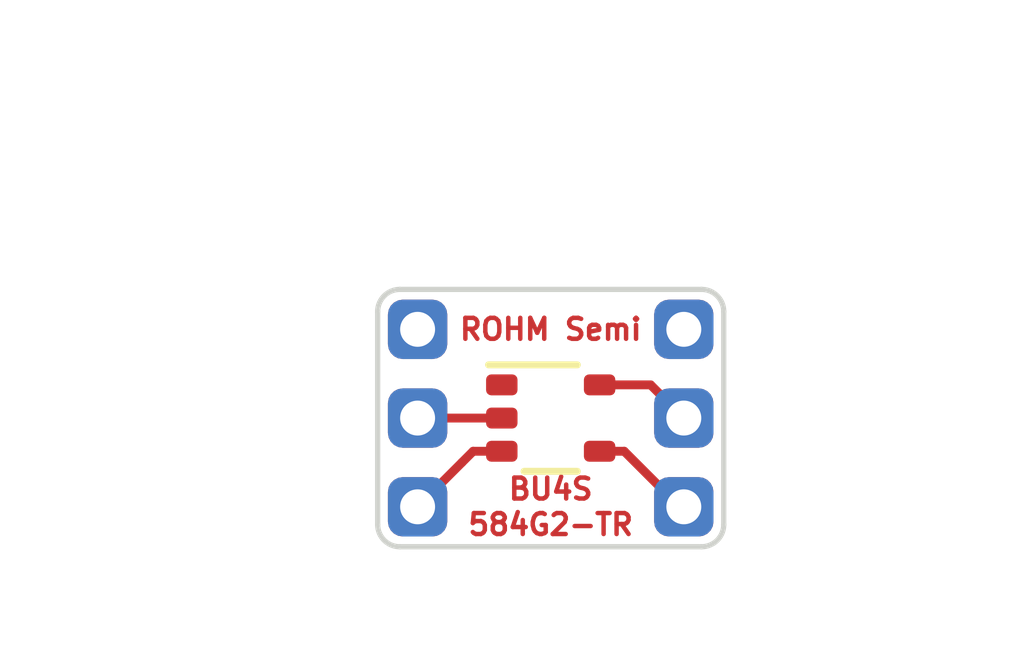
<source format=kicad_pcb>
(kicad_pcb (version 20171130) (host pcbnew "(5.0.2)-1")

  (general
    (thickness 1.6)
    (drawings 18)
    (tracks 9)
    (zones 0)
    (modules 3)
    (nets 7)
  )

  (page A4)
  (layers
    (0 F.Cu signal)
    (31 B.Cu signal)
    (32 B.Adhes user)
    (33 F.Adhes user)
    (34 B.Paste user)
    (35 F.Paste user)
    (36 B.SilkS user)
    (37 F.SilkS user)
    (38 B.Mask user)
    (39 F.Mask user)
    (40 Dwgs.User user)
    (41 Cmts.User user)
    (42 Eco1.User user)
    (43 Eco2.User user)
    (44 Edge.Cuts user)
    (45 Margin user)
    (46 B.CrtYd user)
    (47 F.CrtYd user)
    (48 B.Fab user)
    (49 F.Fab user)
  )

  (setup
    (last_trace_width 0.254)
    (user_trace_width 0.508)
    (user_trace_width 0.762)
    (user_trace_width 1.016)
    (user_trace_width 1.27)
    (user_trace_width 1.524)
    (trace_clearance 0.1524)
    (zone_clearance 0.1524)
    (zone_45_only no)
    (trace_min 0.1524)
    (segment_width 0.2)
    (edge_width 0.15)
    (via_size 0.8)
    (via_drill 0.4)
    (via_min_size 0.4)
    (via_min_drill 0.3)
    (uvia_size 0.3)
    (uvia_drill 0.1)
    (uvias_allowed no)
    (uvia_min_size 0.2)
    (uvia_min_drill 0.1)
    (pcb_text_width 0.3)
    (pcb_text_size 1.5 1.5)
    (mod_edge_width 0.15)
    (mod_text_size 1 1)
    (mod_text_width 0.15)
    (pad_size 1.7 1.7)
    (pad_drill 1)
    (pad_to_mask_clearance 0.0508)
    (aux_axis_origin 0 0)
    (visible_elements 7FFFFFFF)
    (pcbplotparams
      (layerselection 0x010fc_ffffffff)
      (usegerberextensions false)
      (usegerberattributes false)
      (usegerberadvancedattributes false)
      (creategerberjobfile false)
      (excludeedgelayer true)
      (linewidth 0.050000)
      (plotframeref false)
      (viasonmask false)
      (mode 1)
      (useauxorigin false)
      (hpglpennumber 1)
      (hpglpenspeed 20)
      (hpglpendiameter 15.000000)
      (psnegative false)
      (psa4output false)
      (plotreference true)
      (plotvalue true)
      (plotinvisibletext false)
      (padsonsilk false)
      (subtractmaskfromsilk false)
      (outputformat 1)
      (mirror false)
      (drillshape 1)
      (scaleselection 1)
      (outputdirectory ""))
  )

  (net 0 "")
  (net 1 /1)
  (net 2 /2)
  (net 3 /3)
  (net 4 /4)
  (net 5 /5)
  (net 6 /6)

  (net_class Default "This is the default net class."
    (clearance 0.1524)
    (trace_width 0.254)
    (via_dia 0.8)
    (via_drill 0.4)
    (uvia_dia 0.3)
    (uvia_drill 0.1)
    (add_net /1)
    (add_net /2)
    (add_net /3)
    (add_net /4)
    (add_net /5)
    (add_net /6)
  )

  (module SA_CMOS_Logic_SMD:ROHM_Semi_BU4S584G2-TR_SSOP-5 (layer F.Cu) (tedit 5C5A0124) (tstamp 5C5BEFAC)
    (at 128.27 93.98)
    (descr SSOP5)
    (tags "Integrated Circuit")
    (path /5C59FF24)
    (attr smd)
    (fp_text reference U1 (at 0 -2.54) (layer F.SilkS) hide
      (effects (font (size 0.5 0.5) (thickness 0.05)))
    )
    (fp_text value ROHM_Semi_BU4S584G2-TR (at 0 2.54) (layer F.Fab) hide
      (effects (font (size 0.5 0.5) (thickness 0.05)))
    )
    (fp_line (start -1.778 -1.524) (end 0.762 -1.524) (layer F.SilkS) (width 0.2))
    (fp_line (start -0.825 -0.5) (end 0.125 -1.45) (layer Dwgs.User) (width 0.1))
    (fp_line (start -0.825 1.45) (end -0.825 -1.45) (layer Dwgs.User) (width 0.1))
    (fp_line (start 0.825 1.45) (end -0.825 1.45) (layer Dwgs.User) (width 0.1))
    (fp_line (start 0.825 -1.45) (end 0.825 1.45) (layer Dwgs.User) (width 0.1))
    (fp_line (start -0.825 -1.45) (end 0.825 -1.45) (layer Dwgs.User) (width 0.1))
    (fp_line (start -2.1 1.8) (end -2.1 -1.8) (layer Dwgs.User) (width 0.05))
    (fp_line (start 2.1 1.8) (end -2.1 1.8) (layer Dwgs.User) (width 0.05))
    (fp_line (start 2.1 -1.8) (end 2.1 1.8) (layer Dwgs.User) (width 0.05))
    (fp_line (start -2.1 -1.8) (end 2.1 -1.8) (layer Dwgs.User) (width 0.05))
    (fp_line (start -0.762 1.524) (end 0.762 1.524) (layer F.SilkS) (width 0.2))
    (pad 5 smd roundrect (at 1.4 -0.95 90) (size 0.6 0.9) (layers F.Cu F.Paste F.Mask) (roundrect_rratio 0.25)
      (net 5 /5))
    (pad 4 smd roundrect (at 1.4 0.95 90) (size 0.6 0.9) (layers F.Cu F.Paste F.Mask) (roundrect_rratio 0.25)
      (net 4 /4))
    (pad 3 smd roundrect (at -1.4 0.95 90) (size 0.6 0.9) (layers F.Cu F.Paste F.Mask) (roundrect_rratio 0.25)
      (net 3 /3))
    (pad 2 smd roundrect (at -1.4 0 90) (size 0.6 0.9) (layers F.Cu F.Paste F.Mask) (roundrect_rratio 0.25)
      (net 2 /2))
    (pad 1 smd roundrect (at -1.4 -0.95 90) (size 0.6 0.9) (layers F.Cu F.Paste F.Mask) (roundrect_rratio 0.25))
    (model ${SA_LIB_3DSHAPES}/ROHM_Semi_BU4S584G2-TR_SSOP-5/ROHM_Semi_BU4S584G2-TR_SSOP-5.stp
      (at (xyz 0 0 0))
      (scale (xyz 1 1 1))
      (rotate (xyz 0 0 0))
    )
  )

  (module SA_Connectors_Pin_Headers_THT:PinHeader_1x03_P2.54mm_Vertical_Bottom (layer F.Cu) (tedit 5C2CBE61) (tstamp 5C3611D2)
    (at 132.08 91.44)
    (descr "Through hole straight pin header, 1x03, 2.54mm pitch, single row")
    (tags "Through hole pin header THT 1x03 2.54mm single row")
    (path /5C2F689A)
    (fp_text reference J2 (at 0 -2.2) (layer F.SilkS) hide
      (effects (font (size 0.6 0.6) (thickness 0.127)))
    )
    (fp_text value PinHeader_1x03_P2.54mm_Vertical_Bottom (at 0 7.09) (layer F.Fab) hide
      (effects (font (size 0.3 0.3) (thickness 0.03)))
    )
    (fp_text user %R (at 0 2.54 90) (layer F.Fab)
      (effects (font (size 0.4 0.4) (thickness 0.05)))
    )
    (fp_line (start 1.8 -1.8) (end -1.8 -1.8) (layer F.CrtYd) (width 0.05))
    (fp_line (start 1.8 6.85) (end 1.8 -1.8) (layer F.CrtYd) (width 0.05))
    (fp_line (start -1.8 6.85) (end 1.8 6.85) (layer F.CrtYd) (width 0.05))
    (fp_line (start -1.8 -1.8) (end -1.8 6.85) (layer F.CrtYd) (width 0.05))
    (fp_line (start -1.27 -0.635) (end -0.635 -1.27) (layer B.Fab) (width 0.1))
    (fp_line (start -1.27 6.35) (end -1.27 -0.635) (layer B.Fab) (width 0.1))
    (fp_line (start 1.27 6.35) (end -1.27 6.35) (layer B.Fab) (width 0.1))
    (fp_line (start 1.27 -1.27) (end 1.27 6.35) (layer B.Fab) (width 0.1))
    (fp_line (start -0.635 -1.27) (end 1.27 -1.27) (layer B.Fab) (width 0.1))
    (pad 3 thru_hole roundrect (at 0 5.08) (size 1.7 1.7) (drill 1) (layers *.Cu *.Mask) (roundrect_rratio 0.25)
      (net 4 /4))
    (pad 2 thru_hole roundrect (at 0 2.54) (size 1.7 1.7) (drill 1) (layers *.Cu *.Mask) (roundrect_rratio 0.25)
      (net 5 /5) (zone_connect 2))
    (pad 1 thru_hole roundrect (at 0 0) (size 1.7 1.7) (drill 1) (layers *.Cu *.Mask) (roundrect_rratio 0.25)
      (net 6 /6) (zone_connect 2))
    (model ${SA_LIB_3DSHAPES}/Packages/PinHeader_1x03_P254mm_Vertical_Bottom.step
      (at (xyz 0 0 0))
      (scale (xyz 1 1 1))
      (rotate (xyz 0 0 0))
    )
  )

  (module SA_Connectors_Pin_Headers_THT:PinHeader_1x03_P2.54mm_Vertical_Bottom (layer F.Cu) (tedit 5C2CBE65) (tstamp 5C3611C1)
    (at 124.46 91.44)
    (descr "Through hole straight pin header, 1x03, 2.54mm pitch, single row")
    (tags "Through hole pin header THT 1x03 2.54mm single row")
    (path /5C2F686B)
    (fp_text reference J1 (at 0 -2.2) (layer F.SilkS) hide
      (effects (font (size 0.6 0.6) (thickness 0.127)))
    )
    (fp_text value PinHeader_1x03_P2.54mm_Vertical_Bottom (at 0 7.09) (layer F.Fab) hide
      (effects (font (size 0.3 0.3) (thickness 0.03)))
    )
    (fp_line (start -0.635 -1.27) (end 1.27 -1.27) (layer B.Fab) (width 0.1))
    (fp_line (start 1.27 -1.27) (end 1.27 6.35) (layer B.Fab) (width 0.1))
    (fp_line (start 1.27 6.35) (end -1.27 6.35) (layer B.Fab) (width 0.1))
    (fp_line (start -1.27 6.35) (end -1.27 -0.635) (layer B.Fab) (width 0.1))
    (fp_line (start -1.27 -0.635) (end -0.635 -1.27) (layer B.Fab) (width 0.1))
    (fp_line (start -1.8 -1.8) (end -1.8 6.85) (layer F.CrtYd) (width 0.05))
    (fp_line (start -1.8 6.85) (end 1.8 6.85) (layer F.CrtYd) (width 0.05))
    (fp_line (start 1.8 6.85) (end 1.8 -1.8) (layer F.CrtYd) (width 0.05))
    (fp_line (start 1.8 -1.8) (end -1.8 -1.8) (layer F.CrtYd) (width 0.05))
    (fp_text user %R (at 0 2.54 90) (layer F.Fab)
      (effects (font (size 0.4 0.4) (thickness 0.05)))
    )
    (pad 1 thru_hole roundrect (at 0 0) (size 1.7 1.7) (drill 1) (layers *.Cu *.Mask) (roundrect_rratio 0.25)
      (net 1 /1) (zone_connect 2))
    (pad 2 thru_hole roundrect (at 0 2.54) (size 1.7 1.7) (drill 1) (layers *.Cu *.Mask) (roundrect_rratio 0.25)
      (net 2 /2) (zone_connect 2))
    (pad 3 thru_hole roundrect (at 0 5.08) (size 1.7 1.7) (drill 1) (layers *.Cu *.Mask) (roundrect_rratio 0.25)
      (net 3 /3))
    (model ${SA_LIB_3DSHAPES}/Packages/PinHeader_1x03_P254mm_Vertical_Bottom.step
      (at (xyz 0 0 0))
      (scale (xyz 1 1 1))
      (rotate (xyz 0 0 0))
    )
  )

  (dimension 2.54 (width 0.3) (layer F.Fab)
    (gr_text "2.540 mm" (at 118.042 95.25 90) (layer F.Fab)
      (effects (font (size 1.5 1.5) (thickness 0.3)))
    )
    (feature1 (pts (xy 124.46 93.98) (xy 119.555579 93.98)))
    (feature2 (pts (xy 124.46 96.52) (xy 119.555579 96.52)))
    (crossbar (pts (xy 120.142 96.52) (xy 120.142 93.98)))
    (arrow1a (pts (xy 120.142 93.98) (xy 120.728421 95.106504)))
    (arrow1b (pts (xy 120.142 93.98) (xy 119.555579 95.106504)))
    (arrow2a (pts (xy 120.142 96.52) (xy 120.728421 95.393496)))
    (arrow2b (pts (xy 120.142 96.52) (xy 119.555579 95.393496)))
  )
  (dimension 7.62 (width 0.3) (layer F.Fab)
    (gr_text "7.620 mm" (at 128.27 102.557) (layer F.Fab)
      (effects (font (size 1.5 1.5) (thickness 0.3)))
    )
    (feature1 (pts (xy 132.08 96.52) (xy 132.08 101.043421)))
    (feature2 (pts (xy 124.46 96.52) (xy 124.46 101.043421)))
    (crossbar (pts (xy 124.46 100.457) (xy 132.08 100.457)))
    (arrow1a (pts (xy 132.08 100.457) (xy 130.953496 101.043421)))
    (arrow1b (pts (xy 132.08 100.457) (xy 130.953496 99.870579)))
    (arrow2a (pts (xy 124.46 100.457) (xy 125.586504 101.043421)))
    (arrow2b (pts (xy 124.46 100.457) (xy 125.586504 99.870579)))
  )
  (dimension 7.366 (width 0.3) (layer F.Fab)
    (gr_text "7.366 mm" (at 139.895 93.98 270) (layer F.Fab)
      (effects (font (size 1.5 1.5) (thickness 0.3)))
    )
    (feature1 (pts (xy 132.08 97.663) (xy 138.381421 97.663)))
    (feature2 (pts (xy 132.08 90.297) (xy 138.381421 90.297)))
    (crossbar (pts (xy 137.795 90.297) (xy 137.795 97.663)))
    (arrow1a (pts (xy 137.795 97.663) (xy 137.208579 96.536496)))
    (arrow1b (pts (xy 137.795 97.663) (xy 138.381421 96.536496)))
    (arrow2a (pts (xy 137.795 90.297) (xy 137.208579 91.423504)))
    (arrow2b (pts (xy 137.795 90.297) (xy 138.381421 91.423504)))
  )
  (dimension 9.906 (width 0.3) (layer F.Fab)
    (gr_text "9.906 mm" (at 128.27 83.117) (layer F.Fab)
      (effects (font (size 1.5 1.5) (thickness 0.3)))
    )
    (feature1 (pts (xy 133.223 91.44) (xy 133.223 84.630579)))
    (feature2 (pts (xy 123.317 91.44) (xy 123.317 84.630579)))
    (crossbar (pts (xy 123.317 85.217) (xy 133.223 85.217)))
    (arrow1a (pts (xy 133.223 85.217) (xy 132.096496 85.803421)))
    (arrow1b (pts (xy 133.223 85.217) (xy 132.096496 84.630579)))
    (arrow2a (pts (xy 123.317 85.217) (xy 124.443504 85.803421)))
    (arrow2b (pts (xy 123.317 85.217) (xy 124.443504 84.630579)))
  )
  (gr_text BU4S (at 128.27 96.012) (layer F.Mask) (tstamp 5C2F82AC)
    (effects (font (size 0.6 0.6) (thickness 0.127)))
  )
  (gr_text BU4S (at 128.27 96.012) (layer F.Cu) (tstamp 5C2F82A4)
    (effects (font (size 0.6 0.6) (thickness 0.127)))
  )
  (gr_line (start 123.317 90.932) (end 123.317 97.028) (layer Edge.Cuts) (width 0.15))
  (gr_line (start 132.588 90.297) (end 123.952 90.297) (layer Edge.Cuts) (width 0.15))
  (gr_line (start 133.223 97.028) (end 133.223 90.932) (layer Edge.Cuts) (width 0.15))
  (gr_line (start 123.952 97.663) (end 132.588 97.663) (layer Edge.Cuts) (width 0.15))
  (gr_arc (start 132.588 90.932) (end 133.223 90.932) (angle -90) (layer Edge.Cuts) (width 0.15) (tstamp 5C3655E3))
  (gr_arc (start 132.588 97.028) (end 132.588 97.663) (angle -90) (layer Edge.Cuts) (width 0.15) (tstamp 5C3655E0))
  (gr_arc (start 123.952 97.028) (end 123.317 97.028) (angle -90) (layer Edge.Cuts) (width 0.15) (tstamp 5C3655DC))
  (gr_arc (start 123.952 90.932) (end 123.952 90.297) (angle -90) (layer Edge.Cuts) (width 0.15))
  (gr_text "ROHM Semi" (at 128.27 91.44) (layer F.Mask) (tstamp 5C361F68)
    (effects (font (size 0.6 0.6) (thickness 0.127)))
  )
  (gr_text 584G2-TR (at 128.27 97.028) (layer F.Mask) (tstamp 5C361F5D)
    (effects (font (size 0.6 0.6) (thickness 0.127)))
  )
  (gr_text 584G2-TR (at 128.27 97.028) (layer F.Cu) (tstamp 5C361F58)
    (effects (font (size 0.6 0.6) (thickness 0.127)))
  )
  (gr_text "ROHM Semi" (at 128.27 91.44) (layer F.Cu)
    (effects (font (size 0.6 0.6) (thickness 0.127)))
  )

  (segment (start 126.87 93.98) (end 124.46 93.98) (width 0.254) (layer F.Cu) (net 2))
  (segment (start 125.73 95.25) (end 124.46 96.52) (width 0.254) (layer F.Cu) (net 3))
  (segment (start 126.87 94.93) (end 126.05 94.93) (width 0.254) (layer F.Cu) (net 3))
  (segment (start 126.05 94.93) (end 125.73 95.25) (width 0.254) (layer F.Cu) (net 3))
  (segment (start 131.964 96.52) (end 132.08 96.52) (width 0.254) (layer F.Cu) (net 4))
  (segment (start 129.67 94.93) (end 130.374 94.93) (width 0.254) (layer F.Cu) (net 4))
  (segment (start 130.374 94.93) (end 131.964 96.52) (width 0.254) (layer F.Cu) (net 4))
  (segment (start 131.13 93.03) (end 132.08 93.98) (width 0.254) (layer F.Cu) (net 5))
  (segment (start 129.67 93.03) (end 131.13 93.03) (width 0.254) (layer F.Cu) (net 5))

)

</source>
